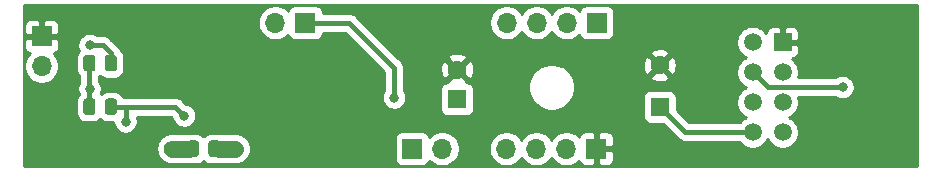
<source format=gbl>
%TF.GenerationSoftware,KiCad,Pcbnew,5.1.8-5.1.8*%
%TF.CreationDate,2022-10-01T18:22:25+01:00*%
%TF.ProjectId,ESPower,4553506f-7765-4722-9e6b-696361645f70,rev?*%
%TF.SameCoordinates,Original*%
%TF.FileFunction,Copper,L2,Bot*%
%TF.FilePolarity,Positive*%
%FSLAX46Y46*%
G04 Gerber Fmt 4.6, Leading zero omitted, Abs format (unit mm)*
G04 Created by KiCad (PCBNEW 5.1.8-5.1.8) date 2022-10-01 18:22:25*
%MOMM*%
%LPD*%
G01*
G04 APERTURE LIST*
%TA.AperFunction,ComponentPad*%
%ADD10C,1.500000*%
%TD*%
%TA.AperFunction,ComponentPad*%
%ADD11R,1.500000X1.500000*%
%TD*%
%TA.AperFunction,ComponentPad*%
%ADD12R,1.700000X1.700000*%
%TD*%
%TA.AperFunction,ComponentPad*%
%ADD13O,1.700000X1.700000*%
%TD*%
%TA.AperFunction,ComponentPad*%
%ADD14C,1.600000*%
%TD*%
%TA.AperFunction,ComponentPad*%
%ADD15R,1.600000X1.600000*%
%TD*%
%TA.AperFunction,ViaPad*%
%ADD16C,0.800000*%
%TD*%
%TA.AperFunction,ViaPad*%
%ADD17C,1.400000*%
%TD*%
%TA.AperFunction,Conductor*%
%ADD18C,0.400000*%
%TD*%
%TA.AperFunction,Conductor*%
%ADD19C,1.400000*%
%TD*%
%TA.AperFunction,Conductor*%
%ADD20C,0.254000*%
%TD*%
%TA.AperFunction,Conductor*%
%ADD21C,0.100000*%
%TD*%
G04 APERTURE END LIST*
D10*
X144272000Y-105410000D03*
X144272000Y-102870000D03*
X144272000Y-100330000D03*
X144272000Y-97790000D03*
D11*
X146812000Y-97790000D03*
D10*
X146812000Y-100330000D03*
X146812000Y-102870000D03*
X146812000Y-105410000D03*
%TA.AperFunction,SMDPad,CuDef*%
G36*
G01*
X88627000Y-99117998D02*
X88627000Y-100018002D01*
G75*
G02*
X88377002Y-100268000I-249998J0D01*
G01*
X87851998Y-100268000D01*
G75*
G02*
X87602000Y-100018002I0J249998D01*
G01*
X87602000Y-99117998D01*
G75*
G02*
X87851998Y-98868000I249998J0D01*
G01*
X88377002Y-98868000D01*
G75*
G02*
X88627000Y-99117998I0J-249998D01*
G01*
G37*
%TD.AperFunction*%
%TA.AperFunction,SMDPad,CuDef*%
G36*
G01*
X90452000Y-99117998D02*
X90452000Y-100018002D01*
G75*
G02*
X90202002Y-100268000I-249998J0D01*
G01*
X89676998Y-100268000D01*
G75*
G02*
X89427000Y-100018002I0J249998D01*
G01*
X89427000Y-99117998D01*
G75*
G02*
X89676998Y-98868000I249998J0D01*
G01*
X90202002Y-98868000D01*
G75*
G02*
X90452000Y-99117998I0J-249998D01*
G01*
G37*
%TD.AperFunction*%
%TA.AperFunction,SMDPad,CuDef*%
G36*
G01*
X89427000Y-103701002D02*
X89427000Y-102800998D01*
G75*
G02*
X89676998Y-102551000I249998J0D01*
G01*
X90202002Y-102551000D01*
G75*
G02*
X90452000Y-102800998I0J-249998D01*
G01*
X90452000Y-103701002D01*
G75*
G02*
X90202002Y-103951000I-249998J0D01*
G01*
X89676998Y-103951000D01*
G75*
G02*
X89427000Y-103701002I0J249998D01*
G01*
G37*
%TD.AperFunction*%
%TA.AperFunction,SMDPad,CuDef*%
G36*
G01*
X87602000Y-103701002D02*
X87602000Y-102800998D01*
G75*
G02*
X87851998Y-102551000I249998J0D01*
G01*
X88377002Y-102551000D01*
G75*
G02*
X88627000Y-102800998I0J-249998D01*
G01*
X88627000Y-103701002D01*
G75*
G02*
X88377002Y-103951000I-249998J0D01*
G01*
X87851998Y-103951000D01*
G75*
G02*
X87602000Y-103701002I0J249998D01*
G01*
G37*
%TD.AperFunction*%
%TA.AperFunction,SMDPad,CuDef*%
G36*
G01*
X98190000Y-107257002D02*
X98190000Y-106356998D01*
G75*
G02*
X98439998Y-106107000I249998J0D01*
G01*
X98965002Y-106107000D01*
G75*
G02*
X99215000Y-106356998I0J-249998D01*
G01*
X99215000Y-107257002D01*
G75*
G02*
X98965002Y-107507000I-249998J0D01*
G01*
X98439998Y-107507000D01*
G75*
G02*
X98190000Y-107257002I0J249998D01*
G01*
G37*
%TD.AperFunction*%
%TA.AperFunction,SMDPad,CuDef*%
G36*
G01*
X96365000Y-107257002D02*
X96365000Y-106356998D01*
G75*
G02*
X96614998Y-106107000I249998J0D01*
G01*
X97140002Y-106107000D01*
G75*
G02*
X97390000Y-106356998I0J-249998D01*
G01*
X97390000Y-107257002D01*
G75*
G02*
X97140002Y-107507000I-249998J0D01*
G01*
X96614998Y-107507000D01*
G75*
G02*
X96365000Y-107257002I0J249998D01*
G01*
G37*
%TD.AperFunction*%
D12*
X131064000Y-96139000D03*
D13*
X128524000Y-96139000D03*
X125984000Y-96139000D03*
X123444000Y-96139000D03*
D12*
X106401000Y-96139000D03*
D13*
X103861000Y-96139000D03*
D12*
X131039000Y-106807000D03*
D13*
X128499000Y-106807000D03*
X125959000Y-106807000D03*
X123419000Y-106807000D03*
D12*
X115443000Y-106807000D03*
D13*
X117983000Y-106807000D03*
X84074000Y-99822000D03*
D12*
X84074000Y-97282000D03*
D14*
X136398000Y-99751000D03*
D15*
X136398000Y-103251000D03*
D14*
X119253000Y-100116000D03*
D15*
X119253000Y-102616000D03*
D16*
X155575000Y-102616000D03*
X106172000Y-98679000D03*
X94234000Y-105029000D03*
X100965000Y-98679000D03*
X113919000Y-102489000D03*
D17*
X95123000Y-106807000D03*
X100457000Y-106807000D03*
D16*
X88138000Y-101727000D03*
X96139000Y-104013000D03*
X91186000Y-104521000D03*
X88138000Y-98044000D03*
X151892000Y-101600000D03*
D18*
X138557000Y-105410000D02*
X136398000Y-103251000D01*
X144272000Y-105410000D02*
X138557000Y-105410000D01*
X110109000Y-96139000D02*
X106401000Y-96139000D01*
X113919000Y-99949000D02*
X110109000Y-96139000D01*
X113919000Y-102489000D02*
X113919000Y-99949000D01*
D19*
X95123000Y-106807000D02*
X96520000Y-106807000D01*
X100457000Y-106807000D02*
X99060000Y-106807000D01*
D18*
X88114500Y-103251000D02*
X88114500Y-99568000D01*
X95377000Y-103251000D02*
X96139000Y-104013000D01*
X91186000Y-103378000D02*
X91313000Y-103251000D01*
X91313000Y-103251000D02*
X95377000Y-103251000D01*
X91186000Y-104521000D02*
X91186000Y-103378000D01*
X89939500Y-103251000D02*
X91313000Y-103251000D01*
X88138000Y-98044000D02*
X89281000Y-98044000D01*
X89939500Y-98702500D02*
X89939500Y-99568000D01*
X89281000Y-98044000D02*
X89939500Y-98702500D01*
X145542000Y-101600000D02*
X144272000Y-100330000D01*
X151892000Y-101600000D02*
X145542000Y-101600000D01*
D20*
X158217001Y-108306000D02*
X82575000Y-108306000D01*
X82575000Y-106807000D01*
X93781541Y-106807000D01*
X93788000Y-106872579D01*
X93788000Y-106938486D01*
X93800858Y-107003126D01*
X93807317Y-107068706D01*
X93826447Y-107131770D01*
X93839304Y-107196405D01*
X93864521Y-107257285D01*
X93883653Y-107320354D01*
X93914722Y-107378479D01*
X93939939Y-107439359D01*
X93976551Y-107494153D01*
X94007618Y-107552275D01*
X94049424Y-107603216D01*
X94086038Y-107658013D01*
X94132639Y-107704614D01*
X94174445Y-107755555D01*
X94225386Y-107797361D01*
X94271987Y-107843962D01*
X94326784Y-107880576D01*
X94377725Y-107922382D01*
X94435847Y-107953449D01*
X94490641Y-107990061D01*
X94551521Y-108015278D01*
X94609646Y-108046347D01*
X94672715Y-108065479D01*
X94733595Y-108090696D01*
X94798230Y-108103553D01*
X94861294Y-108122683D01*
X94926874Y-108129142D01*
X94991514Y-108142000D01*
X96583807Y-108142000D01*
X96614998Y-108145072D01*
X97140002Y-108145072D01*
X97313256Y-108128008D01*
X97479852Y-108077472D01*
X97633387Y-107995405D01*
X97767962Y-107884962D01*
X97790000Y-107858109D01*
X97812038Y-107884962D01*
X97946613Y-107995405D01*
X98100148Y-108077472D01*
X98266744Y-108128008D01*
X98439998Y-108145072D01*
X98965002Y-108145072D01*
X98996193Y-108142000D01*
X100588486Y-108142000D01*
X100653126Y-108129142D01*
X100718706Y-108122683D01*
X100781770Y-108103553D01*
X100846405Y-108090696D01*
X100907285Y-108065479D01*
X100970354Y-108046347D01*
X101028479Y-108015278D01*
X101089359Y-107990061D01*
X101144153Y-107953449D01*
X101202275Y-107922382D01*
X101253216Y-107880576D01*
X101308013Y-107843962D01*
X101354614Y-107797361D01*
X101405555Y-107755555D01*
X101447361Y-107704614D01*
X101493962Y-107658013D01*
X101530576Y-107603216D01*
X101572382Y-107552275D01*
X101603449Y-107494153D01*
X101640061Y-107439359D01*
X101665278Y-107378479D01*
X101696347Y-107320354D01*
X101715479Y-107257285D01*
X101740696Y-107196405D01*
X101753553Y-107131770D01*
X101772683Y-107068706D01*
X101779142Y-107003126D01*
X101792000Y-106938486D01*
X101792000Y-106872579D01*
X101798459Y-106807000D01*
X101792000Y-106741421D01*
X101792000Y-106675514D01*
X101779142Y-106610874D01*
X101772683Y-106545294D01*
X101753553Y-106482230D01*
X101740696Y-106417595D01*
X101715479Y-106356715D01*
X101696347Y-106293646D01*
X101665278Y-106235521D01*
X101640061Y-106174641D01*
X101603449Y-106119847D01*
X101572382Y-106061725D01*
X101530576Y-106010784D01*
X101494639Y-105957000D01*
X113954928Y-105957000D01*
X113954928Y-107657000D01*
X113967188Y-107781482D01*
X114003498Y-107901180D01*
X114062463Y-108011494D01*
X114141815Y-108108185D01*
X114238506Y-108187537D01*
X114348820Y-108246502D01*
X114468518Y-108282812D01*
X114593000Y-108295072D01*
X116293000Y-108295072D01*
X116417482Y-108282812D01*
X116537180Y-108246502D01*
X116647494Y-108187537D01*
X116744185Y-108108185D01*
X116823537Y-108011494D01*
X116882502Y-107901180D01*
X116904513Y-107828620D01*
X117036368Y-107960475D01*
X117279589Y-108122990D01*
X117549842Y-108234932D01*
X117836740Y-108292000D01*
X118129260Y-108292000D01*
X118416158Y-108234932D01*
X118686411Y-108122990D01*
X118929632Y-107960475D01*
X119136475Y-107753632D01*
X119298990Y-107510411D01*
X119410932Y-107240158D01*
X119468000Y-106953260D01*
X119468000Y-106660740D01*
X121934000Y-106660740D01*
X121934000Y-106953260D01*
X121991068Y-107240158D01*
X122103010Y-107510411D01*
X122265525Y-107753632D01*
X122472368Y-107960475D01*
X122715589Y-108122990D01*
X122985842Y-108234932D01*
X123272740Y-108292000D01*
X123565260Y-108292000D01*
X123852158Y-108234932D01*
X124122411Y-108122990D01*
X124365632Y-107960475D01*
X124572475Y-107753632D01*
X124689000Y-107579240D01*
X124805525Y-107753632D01*
X125012368Y-107960475D01*
X125255589Y-108122990D01*
X125525842Y-108234932D01*
X125812740Y-108292000D01*
X126105260Y-108292000D01*
X126392158Y-108234932D01*
X126662411Y-108122990D01*
X126905632Y-107960475D01*
X127112475Y-107753632D01*
X127229000Y-107579240D01*
X127345525Y-107753632D01*
X127552368Y-107960475D01*
X127795589Y-108122990D01*
X128065842Y-108234932D01*
X128352740Y-108292000D01*
X128645260Y-108292000D01*
X128932158Y-108234932D01*
X129202411Y-108122990D01*
X129445632Y-107960475D01*
X129577487Y-107828620D01*
X129599498Y-107901180D01*
X129658463Y-108011494D01*
X129737815Y-108108185D01*
X129834506Y-108187537D01*
X129944820Y-108246502D01*
X130064518Y-108282812D01*
X130189000Y-108295072D01*
X130753250Y-108292000D01*
X130912000Y-108133250D01*
X130912000Y-106934000D01*
X131166000Y-106934000D01*
X131166000Y-108133250D01*
X131324750Y-108292000D01*
X131889000Y-108295072D01*
X132013482Y-108282812D01*
X132133180Y-108246502D01*
X132243494Y-108187537D01*
X132340185Y-108108185D01*
X132419537Y-108011494D01*
X132478502Y-107901180D01*
X132514812Y-107781482D01*
X132527072Y-107657000D01*
X132524000Y-107092750D01*
X132365250Y-106934000D01*
X131166000Y-106934000D01*
X130912000Y-106934000D01*
X130892000Y-106934000D01*
X130892000Y-106680000D01*
X130912000Y-106680000D01*
X130912000Y-105480750D01*
X131166000Y-105480750D01*
X131166000Y-106680000D01*
X132365250Y-106680000D01*
X132524000Y-106521250D01*
X132527072Y-105957000D01*
X132514812Y-105832518D01*
X132478502Y-105712820D01*
X132419537Y-105602506D01*
X132340185Y-105505815D01*
X132243494Y-105426463D01*
X132133180Y-105367498D01*
X132013482Y-105331188D01*
X131889000Y-105318928D01*
X131324750Y-105322000D01*
X131166000Y-105480750D01*
X130912000Y-105480750D01*
X130753250Y-105322000D01*
X130189000Y-105318928D01*
X130064518Y-105331188D01*
X129944820Y-105367498D01*
X129834506Y-105426463D01*
X129737815Y-105505815D01*
X129658463Y-105602506D01*
X129599498Y-105712820D01*
X129577487Y-105785380D01*
X129445632Y-105653525D01*
X129202411Y-105491010D01*
X128932158Y-105379068D01*
X128645260Y-105322000D01*
X128352740Y-105322000D01*
X128065842Y-105379068D01*
X127795589Y-105491010D01*
X127552368Y-105653525D01*
X127345525Y-105860368D01*
X127229000Y-106034760D01*
X127112475Y-105860368D01*
X126905632Y-105653525D01*
X126662411Y-105491010D01*
X126392158Y-105379068D01*
X126105260Y-105322000D01*
X125812740Y-105322000D01*
X125525842Y-105379068D01*
X125255589Y-105491010D01*
X125012368Y-105653525D01*
X124805525Y-105860368D01*
X124689000Y-106034760D01*
X124572475Y-105860368D01*
X124365632Y-105653525D01*
X124122411Y-105491010D01*
X123852158Y-105379068D01*
X123565260Y-105322000D01*
X123272740Y-105322000D01*
X122985842Y-105379068D01*
X122715589Y-105491010D01*
X122472368Y-105653525D01*
X122265525Y-105860368D01*
X122103010Y-106103589D01*
X121991068Y-106373842D01*
X121934000Y-106660740D01*
X119468000Y-106660740D01*
X119410932Y-106373842D01*
X119298990Y-106103589D01*
X119136475Y-105860368D01*
X118929632Y-105653525D01*
X118686411Y-105491010D01*
X118416158Y-105379068D01*
X118129260Y-105322000D01*
X117836740Y-105322000D01*
X117549842Y-105379068D01*
X117279589Y-105491010D01*
X117036368Y-105653525D01*
X116904513Y-105785380D01*
X116882502Y-105712820D01*
X116823537Y-105602506D01*
X116744185Y-105505815D01*
X116647494Y-105426463D01*
X116537180Y-105367498D01*
X116417482Y-105331188D01*
X116293000Y-105318928D01*
X114593000Y-105318928D01*
X114468518Y-105331188D01*
X114348820Y-105367498D01*
X114238506Y-105426463D01*
X114141815Y-105505815D01*
X114062463Y-105602506D01*
X114003498Y-105712820D01*
X113967188Y-105832518D01*
X113954928Y-105957000D01*
X101494639Y-105957000D01*
X101493962Y-105955987D01*
X101447361Y-105909386D01*
X101405555Y-105858445D01*
X101354614Y-105816639D01*
X101308013Y-105770038D01*
X101253216Y-105733424D01*
X101202275Y-105691618D01*
X101144153Y-105660551D01*
X101089359Y-105623939D01*
X101028479Y-105598722D01*
X100970354Y-105567653D01*
X100907285Y-105548521D01*
X100846405Y-105523304D01*
X100781770Y-105510447D01*
X100718706Y-105491317D01*
X100653126Y-105484858D01*
X100588486Y-105472000D01*
X98996193Y-105472000D01*
X98965002Y-105468928D01*
X98439998Y-105468928D01*
X98266744Y-105485992D01*
X98100148Y-105536528D01*
X97946613Y-105618595D01*
X97812038Y-105729038D01*
X97790000Y-105755891D01*
X97767962Y-105729038D01*
X97633387Y-105618595D01*
X97479852Y-105536528D01*
X97313256Y-105485992D01*
X97140002Y-105468928D01*
X96614998Y-105468928D01*
X96583807Y-105472000D01*
X94991514Y-105472000D01*
X94926874Y-105484858D01*
X94861294Y-105491317D01*
X94798230Y-105510447D01*
X94733595Y-105523304D01*
X94672715Y-105548521D01*
X94609646Y-105567653D01*
X94551521Y-105598722D01*
X94490641Y-105623939D01*
X94435847Y-105660551D01*
X94377725Y-105691618D01*
X94326784Y-105733424D01*
X94271987Y-105770038D01*
X94225386Y-105816639D01*
X94174445Y-105858445D01*
X94132639Y-105909386D01*
X94086038Y-105955987D01*
X94049424Y-106010784D01*
X94007618Y-106061725D01*
X93976551Y-106119847D01*
X93939939Y-106174641D01*
X93914722Y-106235521D01*
X93883653Y-106293646D01*
X93864521Y-106356715D01*
X93839304Y-106417595D01*
X93826447Y-106482230D01*
X93807317Y-106545294D01*
X93800858Y-106610874D01*
X93788000Y-106675514D01*
X93788000Y-106741421D01*
X93781541Y-106807000D01*
X82575000Y-106807000D01*
X82575000Y-98132000D01*
X82585928Y-98132000D01*
X82598188Y-98256482D01*
X82634498Y-98376180D01*
X82693463Y-98486494D01*
X82772815Y-98583185D01*
X82869506Y-98662537D01*
X82979820Y-98721502D01*
X83052380Y-98743513D01*
X82920525Y-98875368D01*
X82758010Y-99118589D01*
X82646068Y-99388842D01*
X82589000Y-99675740D01*
X82589000Y-99968260D01*
X82646068Y-100255158D01*
X82758010Y-100525411D01*
X82920525Y-100768632D01*
X83127368Y-100975475D01*
X83370589Y-101137990D01*
X83640842Y-101249932D01*
X83927740Y-101307000D01*
X84220260Y-101307000D01*
X84507158Y-101249932D01*
X84777411Y-101137990D01*
X85020632Y-100975475D01*
X85227475Y-100768632D01*
X85389990Y-100525411D01*
X85501932Y-100255158D01*
X85559000Y-99968260D01*
X85559000Y-99675740D01*
X85501932Y-99388842D01*
X85389990Y-99118589D01*
X85389596Y-99117998D01*
X86963928Y-99117998D01*
X86963928Y-100018002D01*
X86980992Y-100191256D01*
X87031528Y-100357852D01*
X87113595Y-100511387D01*
X87224038Y-100645962D01*
X87279501Y-100691479D01*
X87279501Y-101148885D01*
X87220795Y-101236744D01*
X87142774Y-101425102D01*
X87103000Y-101625061D01*
X87103000Y-101828939D01*
X87142774Y-102028898D01*
X87209711Y-102190496D01*
X87113595Y-102307613D01*
X87031528Y-102461148D01*
X86980992Y-102627744D01*
X86963928Y-102800998D01*
X86963928Y-103701002D01*
X86980992Y-103874256D01*
X87031528Y-104040852D01*
X87113595Y-104194387D01*
X87224038Y-104328962D01*
X87358613Y-104439405D01*
X87512148Y-104521472D01*
X87678744Y-104572008D01*
X87851998Y-104589072D01*
X88377002Y-104589072D01*
X88550256Y-104572008D01*
X88716852Y-104521472D01*
X88870387Y-104439405D01*
X89004962Y-104328962D01*
X89027000Y-104302109D01*
X89049038Y-104328962D01*
X89183613Y-104439405D01*
X89337148Y-104521472D01*
X89503744Y-104572008D01*
X89676998Y-104589072D01*
X90151000Y-104589072D01*
X90151000Y-104622939D01*
X90190774Y-104822898D01*
X90268795Y-105011256D01*
X90382063Y-105180774D01*
X90526226Y-105324937D01*
X90695744Y-105438205D01*
X90884102Y-105516226D01*
X91084061Y-105556000D01*
X91287939Y-105556000D01*
X91487898Y-105516226D01*
X91676256Y-105438205D01*
X91845774Y-105324937D01*
X91989937Y-105180774D01*
X92103205Y-105011256D01*
X92181226Y-104822898D01*
X92221000Y-104622939D01*
X92221000Y-104419061D01*
X92181226Y-104219102D01*
X92126093Y-104086000D01*
X95031132Y-104086000D01*
X95114908Y-104169775D01*
X95143774Y-104314898D01*
X95221795Y-104503256D01*
X95335063Y-104672774D01*
X95479226Y-104816937D01*
X95648744Y-104930205D01*
X95837102Y-105008226D01*
X96037061Y-105048000D01*
X96240939Y-105048000D01*
X96440898Y-105008226D01*
X96629256Y-104930205D01*
X96798774Y-104816937D01*
X96942937Y-104672774D01*
X97056205Y-104503256D01*
X97134226Y-104314898D01*
X97174000Y-104114939D01*
X97174000Y-103911061D01*
X97134226Y-103711102D01*
X97056205Y-103522744D01*
X96942937Y-103353226D01*
X96798774Y-103209063D01*
X96629256Y-103095795D01*
X96440898Y-103017774D01*
X96295775Y-102988908D01*
X95996445Y-102689578D01*
X95970291Y-102657709D01*
X95843146Y-102553364D01*
X95698087Y-102475828D01*
X95540689Y-102428082D01*
X95418019Y-102416000D01*
X95418018Y-102416000D01*
X95377000Y-102411960D01*
X95335982Y-102416000D01*
X91354018Y-102416000D01*
X91312999Y-102411960D01*
X91271981Y-102416000D01*
X90998340Y-102416000D01*
X90940405Y-102307613D01*
X90829962Y-102173038D01*
X90695387Y-102062595D01*
X90541852Y-101980528D01*
X90375256Y-101929992D01*
X90202002Y-101912928D01*
X89676998Y-101912928D01*
X89503744Y-101929992D01*
X89337148Y-101980528D01*
X89183613Y-102062595D01*
X89086130Y-102142598D01*
X89133226Y-102028898D01*
X89173000Y-101828939D01*
X89173000Y-101625061D01*
X89133226Y-101425102D01*
X89055205Y-101236744D01*
X88949500Y-101078545D01*
X88949500Y-100691479D01*
X89004962Y-100645962D01*
X89027000Y-100619109D01*
X89049038Y-100645962D01*
X89183613Y-100756405D01*
X89337148Y-100838472D01*
X89503744Y-100889008D01*
X89676998Y-100906072D01*
X90202002Y-100906072D01*
X90375256Y-100889008D01*
X90541852Y-100838472D01*
X90695387Y-100756405D01*
X90829962Y-100645962D01*
X90940405Y-100511387D01*
X91022472Y-100357852D01*
X91073008Y-100191256D01*
X91090072Y-100018002D01*
X91090072Y-99117998D01*
X91073008Y-98944744D01*
X91022472Y-98778148D01*
X90940405Y-98624613D01*
X90829962Y-98490038D01*
X90720330Y-98400065D01*
X90714672Y-98381413D01*
X90637136Y-98236354D01*
X90613611Y-98207689D01*
X90558939Y-98141070D01*
X90558937Y-98141068D01*
X90532791Y-98109209D01*
X90500932Y-98083064D01*
X89900445Y-97482578D01*
X89874291Y-97450709D01*
X89747146Y-97346364D01*
X89602087Y-97268828D01*
X89444689Y-97221082D01*
X89322019Y-97209000D01*
X89322018Y-97209000D01*
X89281000Y-97204960D01*
X89239982Y-97209000D01*
X88751285Y-97209000D01*
X88628256Y-97126795D01*
X88439898Y-97048774D01*
X88239939Y-97009000D01*
X88036061Y-97009000D01*
X87836102Y-97048774D01*
X87647744Y-97126795D01*
X87478226Y-97240063D01*
X87334063Y-97384226D01*
X87220795Y-97553744D01*
X87142774Y-97742102D01*
X87103000Y-97942061D01*
X87103000Y-98145939D01*
X87142774Y-98345898D01*
X87209711Y-98507496D01*
X87113595Y-98624613D01*
X87031528Y-98778148D01*
X86980992Y-98944744D01*
X86963928Y-99117998D01*
X85389596Y-99117998D01*
X85227475Y-98875368D01*
X85095620Y-98743513D01*
X85168180Y-98721502D01*
X85278494Y-98662537D01*
X85375185Y-98583185D01*
X85454537Y-98486494D01*
X85513502Y-98376180D01*
X85549812Y-98256482D01*
X85562072Y-98132000D01*
X85559000Y-97567750D01*
X85400250Y-97409000D01*
X84201000Y-97409000D01*
X84201000Y-97429000D01*
X83947000Y-97429000D01*
X83947000Y-97409000D01*
X82747750Y-97409000D01*
X82589000Y-97567750D01*
X82585928Y-98132000D01*
X82575000Y-98132000D01*
X82575000Y-96432000D01*
X82585928Y-96432000D01*
X82589000Y-96996250D01*
X82747750Y-97155000D01*
X83947000Y-97155000D01*
X83947000Y-95955750D01*
X84201000Y-95955750D01*
X84201000Y-97155000D01*
X85400250Y-97155000D01*
X85559000Y-96996250D01*
X85562072Y-96432000D01*
X85549812Y-96307518D01*
X85513502Y-96187820D01*
X85454537Y-96077506D01*
X85384972Y-95992740D01*
X102376000Y-95992740D01*
X102376000Y-96285260D01*
X102433068Y-96572158D01*
X102545010Y-96842411D01*
X102707525Y-97085632D01*
X102914368Y-97292475D01*
X103157589Y-97454990D01*
X103427842Y-97566932D01*
X103714740Y-97624000D01*
X104007260Y-97624000D01*
X104294158Y-97566932D01*
X104564411Y-97454990D01*
X104807632Y-97292475D01*
X104939487Y-97160620D01*
X104961498Y-97233180D01*
X105020463Y-97343494D01*
X105099815Y-97440185D01*
X105196506Y-97519537D01*
X105306820Y-97578502D01*
X105426518Y-97614812D01*
X105551000Y-97627072D01*
X107251000Y-97627072D01*
X107375482Y-97614812D01*
X107495180Y-97578502D01*
X107605494Y-97519537D01*
X107702185Y-97440185D01*
X107781537Y-97343494D01*
X107840502Y-97233180D01*
X107876812Y-97113482D01*
X107889072Y-96989000D01*
X107889072Y-96974000D01*
X109763133Y-96974000D01*
X113084001Y-100294870D01*
X113084000Y-101875715D01*
X113001795Y-101998744D01*
X112923774Y-102187102D01*
X112884000Y-102387061D01*
X112884000Y-102590939D01*
X112923774Y-102790898D01*
X113001795Y-102979256D01*
X113115063Y-103148774D01*
X113259226Y-103292937D01*
X113428744Y-103406205D01*
X113617102Y-103484226D01*
X113817061Y-103524000D01*
X114020939Y-103524000D01*
X114220898Y-103484226D01*
X114409256Y-103406205D01*
X114578774Y-103292937D01*
X114722937Y-103148774D01*
X114836205Y-102979256D01*
X114914226Y-102790898D01*
X114954000Y-102590939D01*
X114954000Y-102387061D01*
X114914226Y-102187102D01*
X114836205Y-101998744D01*
X114754000Y-101875715D01*
X114754000Y-101816000D01*
X117814928Y-101816000D01*
X117814928Y-103416000D01*
X117827188Y-103540482D01*
X117863498Y-103660180D01*
X117922463Y-103770494D01*
X118001815Y-103867185D01*
X118098506Y-103946537D01*
X118208820Y-104005502D01*
X118328518Y-104041812D01*
X118453000Y-104054072D01*
X120053000Y-104054072D01*
X120177482Y-104041812D01*
X120297180Y-104005502D01*
X120407494Y-103946537D01*
X120504185Y-103867185D01*
X120583537Y-103770494D01*
X120642502Y-103660180D01*
X120678812Y-103540482D01*
X120691072Y-103416000D01*
X120691072Y-101816000D01*
X120678812Y-101691518D01*
X120642502Y-101571820D01*
X120583537Y-101461506D01*
X120536750Y-101404495D01*
X125269000Y-101404495D01*
X125269000Y-101795505D01*
X125345282Y-102179003D01*
X125494915Y-102540250D01*
X125712149Y-102865364D01*
X125988636Y-103141851D01*
X126313750Y-103359085D01*
X126674997Y-103508718D01*
X127058495Y-103585000D01*
X127449505Y-103585000D01*
X127833003Y-103508718D01*
X128194250Y-103359085D01*
X128519364Y-103141851D01*
X128795851Y-102865364D01*
X129013085Y-102540250D01*
X129050053Y-102451000D01*
X134959928Y-102451000D01*
X134959928Y-104051000D01*
X134972188Y-104175482D01*
X135008498Y-104295180D01*
X135067463Y-104405494D01*
X135146815Y-104502185D01*
X135243506Y-104581537D01*
X135353820Y-104640502D01*
X135473518Y-104676812D01*
X135598000Y-104689072D01*
X136655205Y-104689072D01*
X137937559Y-105971427D01*
X137963709Y-106003291D01*
X138040173Y-106066043D01*
X138090854Y-106107636D01*
X138235913Y-106185172D01*
X138393311Y-106232918D01*
X138556999Y-106249040D01*
X138598018Y-106245000D01*
X143164205Y-106245000D01*
X143196201Y-106292886D01*
X143389114Y-106485799D01*
X143615957Y-106637371D01*
X143868011Y-106741775D01*
X144135589Y-106795000D01*
X144408411Y-106795000D01*
X144675989Y-106741775D01*
X144928043Y-106637371D01*
X145154886Y-106485799D01*
X145347799Y-106292886D01*
X145499371Y-106066043D01*
X145542000Y-105963127D01*
X145584629Y-106066043D01*
X145736201Y-106292886D01*
X145929114Y-106485799D01*
X146155957Y-106637371D01*
X146408011Y-106741775D01*
X146675589Y-106795000D01*
X146948411Y-106795000D01*
X147215989Y-106741775D01*
X147468043Y-106637371D01*
X147694886Y-106485799D01*
X147887799Y-106292886D01*
X148039371Y-106066043D01*
X148143775Y-105813989D01*
X148197000Y-105546411D01*
X148197000Y-105273589D01*
X148143775Y-105006011D01*
X148039371Y-104753957D01*
X147887799Y-104527114D01*
X147694886Y-104334201D01*
X147468043Y-104182629D01*
X147365127Y-104140000D01*
X147468043Y-104097371D01*
X147694886Y-103945799D01*
X147887799Y-103752886D01*
X148039371Y-103526043D01*
X148143775Y-103273989D01*
X148197000Y-103006411D01*
X148197000Y-102733589D01*
X148143775Y-102466011D01*
X148130930Y-102435000D01*
X151278715Y-102435000D01*
X151401744Y-102517205D01*
X151590102Y-102595226D01*
X151790061Y-102635000D01*
X151993939Y-102635000D01*
X152193898Y-102595226D01*
X152382256Y-102517205D01*
X152551774Y-102403937D01*
X152695937Y-102259774D01*
X152809205Y-102090256D01*
X152887226Y-101901898D01*
X152927000Y-101701939D01*
X152927000Y-101498061D01*
X152887226Y-101298102D01*
X152809205Y-101109744D01*
X152695937Y-100940226D01*
X152551774Y-100796063D01*
X152382256Y-100682795D01*
X152193898Y-100604774D01*
X151993939Y-100565000D01*
X151790061Y-100565000D01*
X151590102Y-100604774D01*
X151401744Y-100682795D01*
X151278715Y-100765000D01*
X148130930Y-100765000D01*
X148143775Y-100733989D01*
X148197000Y-100466411D01*
X148197000Y-100193589D01*
X148143775Y-99926011D01*
X148039371Y-99673957D01*
X147887799Y-99447114D01*
X147694886Y-99254201D01*
X147578517Y-99176445D01*
X147686482Y-99165812D01*
X147806180Y-99129502D01*
X147916494Y-99070537D01*
X148013185Y-98991185D01*
X148092537Y-98894494D01*
X148151502Y-98784180D01*
X148187812Y-98664482D01*
X148200072Y-98540000D01*
X148197000Y-98075750D01*
X148038250Y-97917000D01*
X146939000Y-97917000D01*
X146939000Y-97937000D01*
X146685000Y-97937000D01*
X146685000Y-97917000D01*
X146665000Y-97917000D01*
X146665000Y-97663000D01*
X146685000Y-97663000D01*
X146685000Y-96563750D01*
X146939000Y-96563750D01*
X146939000Y-97663000D01*
X148038250Y-97663000D01*
X148197000Y-97504250D01*
X148200072Y-97040000D01*
X148187812Y-96915518D01*
X148151502Y-96795820D01*
X148092537Y-96685506D01*
X148013185Y-96588815D01*
X147916494Y-96509463D01*
X147806180Y-96450498D01*
X147686482Y-96414188D01*
X147562000Y-96401928D01*
X147097750Y-96405000D01*
X146939000Y-96563750D01*
X146685000Y-96563750D01*
X146526250Y-96405000D01*
X146062000Y-96401928D01*
X145937518Y-96414188D01*
X145817820Y-96450498D01*
X145707506Y-96509463D01*
X145610815Y-96588815D01*
X145531463Y-96685506D01*
X145472498Y-96795820D01*
X145436188Y-96915518D01*
X145425555Y-97023483D01*
X145347799Y-96907114D01*
X145154886Y-96714201D01*
X144928043Y-96562629D01*
X144675989Y-96458225D01*
X144408411Y-96405000D01*
X144135589Y-96405000D01*
X143868011Y-96458225D01*
X143615957Y-96562629D01*
X143389114Y-96714201D01*
X143196201Y-96907114D01*
X143044629Y-97133957D01*
X142940225Y-97386011D01*
X142887000Y-97653589D01*
X142887000Y-97926411D01*
X142940225Y-98193989D01*
X143044629Y-98446043D01*
X143196201Y-98672886D01*
X143389114Y-98865799D01*
X143615957Y-99017371D01*
X143718873Y-99060000D01*
X143615957Y-99102629D01*
X143389114Y-99254201D01*
X143196201Y-99447114D01*
X143044629Y-99673957D01*
X142940225Y-99926011D01*
X142887000Y-100193589D01*
X142887000Y-100466411D01*
X142940225Y-100733989D01*
X143044629Y-100986043D01*
X143196201Y-101212886D01*
X143389114Y-101405799D01*
X143615957Y-101557371D01*
X143718873Y-101600000D01*
X143615957Y-101642629D01*
X143389114Y-101794201D01*
X143196201Y-101987114D01*
X143044629Y-102213957D01*
X142940225Y-102466011D01*
X142887000Y-102733589D01*
X142887000Y-103006411D01*
X142940225Y-103273989D01*
X143044629Y-103526043D01*
X143196201Y-103752886D01*
X143389114Y-103945799D01*
X143615957Y-104097371D01*
X143718873Y-104140000D01*
X143615957Y-104182629D01*
X143389114Y-104334201D01*
X143196201Y-104527114D01*
X143164205Y-104575000D01*
X138902868Y-104575000D01*
X137836072Y-103508205D01*
X137836072Y-102451000D01*
X137823812Y-102326518D01*
X137787502Y-102206820D01*
X137728537Y-102096506D01*
X137649185Y-101999815D01*
X137552494Y-101920463D01*
X137442180Y-101861498D01*
X137322482Y-101825188D01*
X137198000Y-101812928D01*
X135598000Y-101812928D01*
X135473518Y-101825188D01*
X135353820Y-101861498D01*
X135243506Y-101920463D01*
X135146815Y-101999815D01*
X135067463Y-102096506D01*
X135008498Y-102206820D01*
X134972188Y-102326518D01*
X134959928Y-102451000D01*
X129050053Y-102451000D01*
X129162718Y-102179003D01*
X129239000Y-101795505D01*
X129239000Y-101404495D01*
X129162718Y-101020997D01*
X129047859Y-100743702D01*
X135584903Y-100743702D01*
X135656486Y-100987671D01*
X135911996Y-101108571D01*
X136186184Y-101177300D01*
X136468512Y-101191217D01*
X136748130Y-101149787D01*
X137014292Y-101054603D01*
X137139514Y-100987671D01*
X137211097Y-100743702D01*
X136398000Y-99930605D01*
X135584903Y-100743702D01*
X129047859Y-100743702D01*
X129013085Y-100659750D01*
X128795851Y-100334636D01*
X128519364Y-100058149D01*
X128194250Y-99840915D01*
X128147407Y-99821512D01*
X134957783Y-99821512D01*
X134999213Y-100101130D01*
X135094397Y-100367292D01*
X135161329Y-100492514D01*
X135405298Y-100564097D01*
X136218395Y-99751000D01*
X136577605Y-99751000D01*
X137390702Y-100564097D01*
X137634671Y-100492514D01*
X137755571Y-100237004D01*
X137824300Y-99962816D01*
X137838217Y-99680488D01*
X137796787Y-99400870D01*
X137701603Y-99134708D01*
X137634671Y-99009486D01*
X137390702Y-98937903D01*
X136577605Y-99751000D01*
X136218395Y-99751000D01*
X135405298Y-98937903D01*
X135161329Y-99009486D01*
X135040429Y-99264996D01*
X134971700Y-99539184D01*
X134957783Y-99821512D01*
X128147407Y-99821512D01*
X127833003Y-99691282D01*
X127449505Y-99615000D01*
X127058495Y-99615000D01*
X126674997Y-99691282D01*
X126313750Y-99840915D01*
X125988636Y-100058149D01*
X125712149Y-100334636D01*
X125494915Y-100659750D01*
X125345282Y-101020997D01*
X125269000Y-101404495D01*
X120536750Y-101404495D01*
X120504185Y-101364815D01*
X120407494Y-101285463D01*
X120297180Y-101226498D01*
X120177482Y-101190188D01*
X120053000Y-101177928D01*
X120045785Y-101177928D01*
X120066097Y-101108702D01*
X119253000Y-100295605D01*
X118439903Y-101108702D01*
X118460215Y-101177928D01*
X118453000Y-101177928D01*
X118328518Y-101190188D01*
X118208820Y-101226498D01*
X118098506Y-101285463D01*
X118001815Y-101364815D01*
X117922463Y-101461506D01*
X117863498Y-101571820D01*
X117827188Y-101691518D01*
X117814928Y-101816000D01*
X114754000Y-101816000D01*
X114754000Y-100186512D01*
X117812783Y-100186512D01*
X117854213Y-100466130D01*
X117949397Y-100732292D01*
X118016329Y-100857514D01*
X118260298Y-100929097D01*
X119073395Y-100116000D01*
X119432605Y-100116000D01*
X120245702Y-100929097D01*
X120489671Y-100857514D01*
X120610571Y-100602004D01*
X120679300Y-100327816D01*
X120693217Y-100045488D01*
X120651787Y-99765870D01*
X120556603Y-99499708D01*
X120489671Y-99374486D01*
X120245702Y-99302903D01*
X119432605Y-100116000D01*
X119073395Y-100116000D01*
X118260298Y-99302903D01*
X118016329Y-99374486D01*
X117895429Y-99629996D01*
X117826700Y-99904184D01*
X117812783Y-100186512D01*
X114754000Y-100186512D01*
X114754000Y-99990018D01*
X114758040Y-99949000D01*
X114749654Y-99863855D01*
X114741918Y-99785311D01*
X114694172Y-99627913D01*
X114616636Y-99482854D01*
X114549354Y-99400870D01*
X114538439Y-99387570D01*
X114538437Y-99387568D01*
X114512291Y-99355709D01*
X114480432Y-99329563D01*
X114274167Y-99123298D01*
X118439903Y-99123298D01*
X119253000Y-99936395D01*
X120066097Y-99123298D01*
X119994514Y-98879329D01*
X119739004Y-98758429D01*
X119738482Y-98758298D01*
X135584903Y-98758298D01*
X136398000Y-99571395D01*
X137211097Y-98758298D01*
X137139514Y-98514329D01*
X136884004Y-98393429D01*
X136609816Y-98324700D01*
X136327488Y-98310783D01*
X136047870Y-98352213D01*
X135781708Y-98447397D01*
X135656486Y-98514329D01*
X135584903Y-98758298D01*
X119738482Y-98758298D01*
X119464816Y-98689700D01*
X119182488Y-98675783D01*
X118902870Y-98717213D01*
X118636708Y-98812397D01*
X118511486Y-98879329D01*
X118439903Y-99123298D01*
X114274167Y-99123298D01*
X111143608Y-95992740D01*
X121959000Y-95992740D01*
X121959000Y-96285260D01*
X122016068Y-96572158D01*
X122128010Y-96842411D01*
X122290525Y-97085632D01*
X122497368Y-97292475D01*
X122740589Y-97454990D01*
X123010842Y-97566932D01*
X123297740Y-97624000D01*
X123590260Y-97624000D01*
X123877158Y-97566932D01*
X124147411Y-97454990D01*
X124390632Y-97292475D01*
X124597475Y-97085632D01*
X124714000Y-96911240D01*
X124830525Y-97085632D01*
X125037368Y-97292475D01*
X125280589Y-97454990D01*
X125550842Y-97566932D01*
X125837740Y-97624000D01*
X126130260Y-97624000D01*
X126417158Y-97566932D01*
X126687411Y-97454990D01*
X126930632Y-97292475D01*
X127137475Y-97085632D01*
X127254000Y-96911240D01*
X127370525Y-97085632D01*
X127577368Y-97292475D01*
X127820589Y-97454990D01*
X128090842Y-97566932D01*
X128377740Y-97624000D01*
X128670260Y-97624000D01*
X128957158Y-97566932D01*
X129227411Y-97454990D01*
X129470632Y-97292475D01*
X129602487Y-97160620D01*
X129624498Y-97233180D01*
X129683463Y-97343494D01*
X129762815Y-97440185D01*
X129859506Y-97519537D01*
X129969820Y-97578502D01*
X130089518Y-97614812D01*
X130214000Y-97627072D01*
X131914000Y-97627072D01*
X132038482Y-97614812D01*
X132158180Y-97578502D01*
X132268494Y-97519537D01*
X132365185Y-97440185D01*
X132444537Y-97343494D01*
X132503502Y-97233180D01*
X132539812Y-97113482D01*
X132552072Y-96989000D01*
X132552072Y-95289000D01*
X132539812Y-95164518D01*
X132503502Y-95044820D01*
X132444537Y-94934506D01*
X132365185Y-94837815D01*
X132268494Y-94758463D01*
X132158180Y-94699498D01*
X132038482Y-94663188D01*
X131914000Y-94650928D01*
X130214000Y-94650928D01*
X130089518Y-94663188D01*
X129969820Y-94699498D01*
X129859506Y-94758463D01*
X129762815Y-94837815D01*
X129683463Y-94934506D01*
X129624498Y-95044820D01*
X129602487Y-95117380D01*
X129470632Y-94985525D01*
X129227411Y-94823010D01*
X128957158Y-94711068D01*
X128670260Y-94654000D01*
X128377740Y-94654000D01*
X128090842Y-94711068D01*
X127820589Y-94823010D01*
X127577368Y-94985525D01*
X127370525Y-95192368D01*
X127254000Y-95366760D01*
X127137475Y-95192368D01*
X126930632Y-94985525D01*
X126687411Y-94823010D01*
X126417158Y-94711068D01*
X126130260Y-94654000D01*
X125837740Y-94654000D01*
X125550842Y-94711068D01*
X125280589Y-94823010D01*
X125037368Y-94985525D01*
X124830525Y-95192368D01*
X124714000Y-95366760D01*
X124597475Y-95192368D01*
X124390632Y-94985525D01*
X124147411Y-94823010D01*
X123877158Y-94711068D01*
X123590260Y-94654000D01*
X123297740Y-94654000D01*
X123010842Y-94711068D01*
X122740589Y-94823010D01*
X122497368Y-94985525D01*
X122290525Y-95192368D01*
X122128010Y-95435589D01*
X122016068Y-95705842D01*
X121959000Y-95992740D01*
X111143608Y-95992740D01*
X110728446Y-95577579D01*
X110702291Y-95545709D01*
X110575146Y-95441364D01*
X110430087Y-95363828D01*
X110272689Y-95316082D01*
X110150019Y-95304000D01*
X110150018Y-95304000D01*
X110109000Y-95299960D01*
X110067982Y-95304000D01*
X107889072Y-95304000D01*
X107889072Y-95289000D01*
X107876812Y-95164518D01*
X107840502Y-95044820D01*
X107781537Y-94934506D01*
X107702185Y-94837815D01*
X107605494Y-94758463D01*
X107495180Y-94699498D01*
X107375482Y-94663188D01*
X107251000Y-94650928D01*
X105551000Y-94650928D01*
X105426518Y-94663188D01*
X105306820Y-94699498D01*
X105196506Y-94758463D01*
X105099815Y-94837815D01*
X105020463Y-94934506D01*
X104961498Y-95044820D01*
X104939487Y-95117380D01*
X104807632Y-94985525D01*
X104564411Y-94823010D01*
X104294158Y-94711068D01*
X104007260Y-94654000D01*
X103714740Y-94654000D01*
X103427842Y-94711068D01*
X103157589Y-94823010D01*
X102914368Y-94985525D01*
X102707525Y-95192368D01*
X102545010Y-95435589D01*
X102433068Y-95705842D01*
X102376000Y-95992740D01*
X85384972Y-95992740D01*
X85375185Y-95980815D01*
X85278494Y-95901463D01*
X85168180Y-95842498D01*
X85048482Y-95806188D01*
X84924000Y-95793928D01*
X84359750Y-95797000D01*
X84201000Y-95955750D01*
X83947000Y-95955750D01*
X83788250Y-95797000D01*
X83224000Y-95793928D01*
X83099518Y-95806188D01*
X82979820Y-95842498D01*
X82869506Y-95901463D01*
X82772815Y-95980815D01*
X82693463Y-96077506D01*
X82634498Y-96187820D01*
X82598188Y-96307518D01*
X82585928Y-96432000D01*
X82575000Y-96432000D01*
X82575000Y-94640000D01*
X158217000Y-94640000D01*
X158217001Y-108306000D01*
%TA.AperFunction,Conductor*%
D21*
G36*
X158217001Y-108306000D02*
G01*
X82575000Y-108306000D01*
X82575000Y-106807000D01*
X93781541Y-106807000D01*
X93788000Y-106872579D01*
X93788000Y-106938486D01*
X93800858Y-107003126D01*
X93807317Y-107068706D01*
X93826447Y-107131770D01*
X93839304Y-107196405D01*
X93864521Y-107257285D01*
X93883653Y-107320354D01*
X93914722Y-107378479D01*
X93939939Y-107439359D01*
X93976551Y-107494153D01*
X94007618Y-107552275D01*
X94049424Y-107603216D01*
X94086038Y-107658013D01*
X94132639Y-107704614D01*
X94174445Y-107755555D01*
X94225386Y-107797361D01*
X94271987Y-107843962D01*
X94326784Y-107880576D01*
X94377725Y-107922382D01*
X94435847Y-107953449D01*
X94490641Y-107990061D01*
X94551521Y-108015278D01*
X94609646Y-108046347D01*
X94672715Y-108065479D01*
X94733595Y-108090696D01*
X94798230Y-108103553D01*
X94861294Y-108122683D01*
X94926874Y-108129142D01*
X94991514Y-108142000D01*
X96583807Y-108142000D01*
X96614998Y-108145072D01*
X97140002Y-108145072D01*
X97313256Y-108128008D01*
X97479852Y-108077472D01*
X97633387Y-107995405D01*
X97767962Y-107884962D01*
X97790000Y-107858109D01*
X97812038Y-107884962D01*
X97946613Y-107995405D01*
X98100148Y-108077472D01*
X98266744Y-108128008D01*
X98439998Y-108145072D01*
X98965002Y-108145072D01*
X98996193Y-108142000D01*
X100588486Y-108142000D01*
X100653126Y-108129142D01*
X100718706Y-108122683D01*
X100781770Y-108103553D01*
X100846405Y-108090696D01*
X100907285Y-108065479D01*
X100970354Y-108046347D01*
X101028479Y-108015278D01*
X101089359Y-107990061D01*
X101144153Y-107953449D01*
X101202275Y-107922382D01*
X101253216Y-107880576D01*
X101308013Y-107843962D01*
X101354614Y-107797361D01*
X101405555Y-107755555D01*
X101447361Y-107704614D01*
X101493962Y-107658013D01*
X101530576Y-107603216D01*
X101572382Y-107552275D01*
X101603449Y-107494153D01*
X101640061Y-107439359D01*
X101665278Y-107378479D01*
X101696347Y-107320354D01*
X101715479Y-107257285D01*
X101740696Y-107196405D01*
X101753553Y-107131770D01*
X101772683Y-107068706D01*
X101779142Y-107003126D01*
X101792000Y-106938486D01*
X101792000Y-106872579D01*
X101798459Y-106807000D01*
X101792000Y-106741421D01*
X101792000Y-106675514D01*
X101779142Y-106610874D01*
X101772683Y-106545294D01*
X101753553Y-106482230D01*
X101740696Y-106417595D01*
X101715479Y-106356715D01*
X101696347Y-106293646D01*
X101665278Y-106235521D01*
X101640061Y-106174641D01*
X101603449Y-106119847D01*
X101572382Y-106061725D01*
X101530576Y-106010784D01*
X101494639Y-105957000D01*
X113954928Y-105957000D01*
X113954928Y-107657000D01*
X113967188Y-107781482D01*
X114003498Y-107901180D01*
X114062463Y-108011494D01*
X114141815Y-108108185D01*
X114238506Y-108187537D01*
X114348820Y-108246502D01*
X114468518Y-108282812D01*
X114593000Y-108295072D01*
X116293000Y-108295072D01*
X116417482Y-108282812D01*
X116537180Y-108246502D01*
X116647494Y-108187537D01*
X116744185Y-108108185D01*
X116823537Y-108011494D01*
X116882502Y-107901180D01*
X116904513Y-107828620D01*
X117036368Y-107960475D01*
X117279589Y-108122990D01*
X117549842Y-108234932D01*
X117836740Y-108292000D01*
X118129260Y-108292000D01*
X118416158Y-108234932D01*
X118686411Y-108122990D01*
X118929632Y-107960475D01*
X119136475Y-107753632D01*
X119298990Y-107510411D01*
X119410932Y-107240158D01*
X119468000Y-106953260D01*
X119468000Y-106660740D01*
X121934000Y-106660740D01*
X121934000Y-106953260D01*
X121991068Y-107240158D01*
X122103010Y-107510411D01*
X122265525Y-107753632D01*
X122472368Y-107960475D01*
X122715589Y-108122990D01*
X122985842Y-108234932D01*
X123272740Y-108292000D01*
X123565260Y-108292000D01*
X123852158Y-108234932D01*
X124122411Y-108122990D01*
X124365632Y-107960475D01*
X124572475Y-107753632D01*
X124689000Y-107579240D01*
X124805525Y-107753632D01*
X125012368Y-107960475D01*
X125255589Y-108122990D01*
X125525842Y-108234932D01*
X125812740Y-108292000D01*
X126105260Y-108292000D01*
X126392158Y-108234932D01*
X126662411Y-108122990D01*
X126905632Y-107960475D01*
X127112475Y-107753632D01*
X127229000Y-107579240D01*
X127345525Y-107753632D01*
X127552368Y-107960475D01*
X127795589Y-108122990D01*
X128065842Y-108234932D01*
X128352740Y-108292000D01*
X128645260Y-108292000D01*
X128932158Y-108234932D01*
X129202411Y-108122990D01*
X129445632Y-107960475D01*
X129577487Y-107828620D01*
X129599498Y-107901180D01*
X129658463Y-108011494D01*
X129737815Y-108108185D01*
X129834506Y-108187537D01*
X129944820Y-108246502D01*
X130064518Y-108282812D01*
X130189000Y-108295072D01*
X130753250Y-108292000D01*
X130912000Y-108133250D01*
X130912000Y-106934000D01*
X131166000Y-106934000D01*
X131166000Y-108133250D01*
X131324750Y-108292000D01*
X131889000Y-108295072D01*
X132013482Y-108282812D01*
X132133180Y-108246502D01*
X132243494Y-108187537D01*
X132340185Y-108108185D01*
X132419537Y-108011494D01*
X132478502Y-107901180D01*
X132514812Y-107781482D01*
X132527072Y-107657000D01*
X132524000Y-107092750D01*
X132365250Y-106934000D01*
X131166000Y-106934000D01*
X130912000Y-106934000D01*
X130892000Y-106934000D01*
X130892000Y-106680000D01*
X130912000Y-106680000D01*
X130912000Y-105480750D01*
X131166000Y-105480750D01*
X131166000Y-106680000D01*
X132365250Y-106680000D01*
X132524000Y-106521250D01*
X132527072Y-105957000D01*
X132514812Y-105832518D01*
X132478502Y-105712820D01*
X132419537Y-105602506D01*
X132340185Y-105505815D01*
X132243494Y-105426463D01*
X132133180Y-105367498D01*
X132013482Y-105331188D01*
X131889000Y-105318928D01*
X131324750Y-105322000D01*
X131166000Y-105480750D01*
X130912000Y-105480750D01*
X130753250Y-105322000D01*
X130189000Y-105318928D01*
X130064518Y-105331188D01*
X129944820Y-105367498D01*
X129834506Y-105426463D01*
X129737815Y-105505815D01*
X129658463Y-105602506D01*
X129599498Y-105712820D01*
X129577487Y-105785380D01*
X129445632Y-105653525D01*
X129202411Y-105491010D01*
X128932158Y-105379068D01*
X128645260Y-105322000D01*
X128352740Y-105322000D01*
X128065842Y-105379068D01*
X127795589Y-105491010D01*
X127552368Y-105653525D01*
X127345525Y-105860368D01*
X127229000Y-106034760D01*
X127112475Y-105860368D01*
X126905632Y-105653525D01*
X126662411Y-105491010D01*
X126392158Y-105379068D01*
X126105260Y-105322000D01*
X125812740Y-105322000D01*
X125525842Y-105379068D01*
X125255589Y-105491010D01*
X125012368Y-105653525D01*
X124805525Y-105860368D01*
X124689000Y-106034760D01*
X124572475Y-105860368D01*
X124365632Y-105653525D01*
X124122411Y-105491010D01*
X123852158Y-105379068D01*
X123565260Y-105322000D01*
X123272740Y-105322000D01*
X122985842Y-105379068D01*
X122715589Y-105491010D01*
X122472368Y-105653525D01*
X122265525Y-105860368D01*
X122103010Y-106103589D01*
X121991068Y-106373842D01*
X121934000Y-106660740D01*
X119468000Y-106660740D01*
X119410932Y-106373842D01*
X119298990Y-106103589D01*
X119136475Y-105860368D01*
X118929632Y-105653525D01*
X118686411Y-105491010D01*
X118416158Y-105379068D01*
X118129260Y-105322000D01*
X117836740Y-105322000D01*
X117549842Y-105379068D01*
X117279589Y-105491010D01*
X117036368Y-105653525D01*
X116904513Y-105785380D01*
X116882502Y-105712820D01*
X116823537Y-105602506D01*
X116744185Y-105505815D01*
X116647494Y-105426463D01*
X116537180Y-105367498D01*
X116417482Y-105331188D01*
X116293000Y-105318928D01*
X114593000Y-105318928D01*
X114468518Y-105331188D01*
X114348820Y-105367498D01*
X114238506Y-105426463D01*
X114141815Y-105505815D01*
X114062463Y-105602506D01*
X114003498Y-105712820D01*
X113967188Y-105832518D01*
X113954928Y-105957000D01*
X101494639Y-105957000D01*
X101493962Y-105955987D01*
X101447361Y-105909386D01*
X101405555Y-105858445D01*
X101354614Y-105816639D01*
X101308013Y-105770038D01*
X101253216Y-105733424D01*
X101202275Y-105691618D01*
X101144153Y-105660551D01*
X101089359Y-105623939D01*
X101028479Y-105598722D01*
X100970354Y-105567653D01*
X100907285Y-105548521D01*
X100846405Y-105523304D01*
X100781770Y-105510447D01*
X100718706Y-105491317D01*
X100653126Y-105484858D01*
X100588486Y-105472000D01*
X98996193Y-105472000D01*
X98965002Y-105468928D01*
X98439998Y-105468928D01*
X98266744Y-105485992D01*
X98100148Y-105536528D01*
X97946613Y-105618595D01*
X97812038Y-105729038D01*
X97790000Y-105755891D01*
X97767962Y-105729038D01*
X97633387Y-105618595D01*
X97479852Y-105536528D01*
X97313256Y-105485992D01*
X97140002Y-105468928D01*
X96614998Y-105468928D01*
X96583807Y-105472000D01*
X94991514Y-105472000D01*
X94926874Y-105484858D01*
X94861294Y-105491317D01*
X94798230Y-105510447D01*
X94733595Y-105523304D01*
X94672715Y-105548521D01*
X94609646Y-105567653D01*
X94551521Y-105598722D01*
X94490641Y-105623939D01*
X94435847Y-105660551D01*
X94377725Y-105691618D01*
X94326784Y-105733424D01*
X94271987Y-105770038D01*
X94225386Y-105816639D01*
X94174445Y-105858445D01*
X94132639Y-105909386D01*
X94086038Y-105955987D01*
X94049424Y-106010784D01*
X94007618Y-106061725D01*
X93976551Y-106119847D01*
X93939939Y-106174641D01*
X93914722Y-106235521D01*
X93883653Y-106293646D01*
X93864521Y-106356715D01*
X93839304Y-106417595D01*
X93826447Y-106482230D01*
X93807317Y-106545294D01*
X93800858Y-106610874D01*
X93788000Y-106675514D01*
X93788000Y-106741421D01*
X93781541Y-106807000D01*
X82575000Y-106807000D01*
X82575000Y-98132000D01*
X82585928Y-98132000D01*
X82598188Y-98256482D01*
X82634498Y-98376180D01*
X82693463Y-98486494D01*
X82772815Y-98583185D01*
X82869506Y-98662537D01*
X82979820Y-98721502D01*
X83052380Y-98743513D01*
X82920525Y-98875368D01*
X82758010Y-99118589D01*
X82646068Y-99388842D01*
X82589000Y-99675740D01*
X82589000Y-99968260D01*
X82646068Y-100255158D01*
X82758010Y-100525411D01*
X82920525Y-100768632D01*
X83127368Y-100975475D01*
X83370589Y-101137990D01*
X83640842Y-101249932D01*
X83927740Y-101307000D01*
X84220260Y-101307000D01*
X84507158Y-101249932D01*
X84777411Y-101137990D01*
X85020632Y-100975475D01*
X85227475Y-100768632D01*
X85389990Y-100525411D01*
X85501932Y-100255158D01*
X85559000Y-99968260D01*
X85559000Y-99675740D01*
X85501932Y-99388842D01*
X85389990Y-99118589D01*
X85389596Y-99117998D01*
X86963928Y-99117998D01*
X86963928Y-100018002D01*
X86980992Y-100191256D01*
X87031528Y-100357852D01*
X87113595Y-100511387D01*
X87224038Y-100645962D01*
X87279501Y-100691479D01*
X87279501Y-101148885D01*
X87220795Y-101236744D01*
X87142774Y-101425102D01*
X87103000Y-101625061D01*
X87103000Y-101828939D01*
X87142774Y-102028898D01*
X87209711Y-102190496D01*
X87113595Y-102307613D01*
X87031528Y-102461148D01*
X86980992Y-102627744D01*
X86963928Y-102800998D01*
X86963928Y-103701002D01*
X86980992Y-103874256D01*
X87031528Y-104040852D01*
X87113595Y-104194387D01*
X87224038Y-104328962D01*
X87358613Y-104439405D01*
X87512148Y-104521472D01*
X87678744Y-104572008D01*
X87851998Y-104589072D01*
X88377002Y-104589072D01*
X88550256Y-104572008D01*
X88716852Y-104521472D01*
X88870387Y-104439405D01*
X89004962Y-104328962D01*
X89027000Y-104302109D01*
X89049038Y-104328962D01*
X89183613Y-104439405D01*
X89337148Y-104521472D01*
X89503744Y-104572008D01*
X89676998Y-104589072D01*
X90151000Y-104589072D01*
X90151000Y-104622939D01*
X90190774Y-104822898D01*
X90268795Y-105011256D01*
X90382063Y-105180774D01*
X90526226Y-105324937D01*
X90695744Y-105438205D01*
X90884102Y-105516226D01*
X91084061Y-105556000D01*
X91287939Y-105556000D01*
X91487898Y-105516226D01*
X91676256Y-105438205D01*
X91845774Y-105324937D01*
X91989937Y-105180774D01*
X92103205Y-105011256D01*
X92181226Y-104822898D01*
X92221000Y-104622939D01*
X92221000Y-104419061D01*
X92181226Y-104219102D01*
X92126093Y-104086000D01*
X95031132Y-104086000D01*
X95114908Y-104169775D01*
X95143774Y-104314898D01*
X95221795Y-104503256D01*
X95335063Y-104672774D01*
X95479226Y-104816937D01*
X95648744Y-104930205D01*
X95837102Y-105008226D01*
X96037061Y-105048000D01*
X96240939Y-105048000D01*
X96440898Y-105008226D01*
X96629256Y-104930205D01*
X96798774Y-104816937D01*
X96942937Y-104672774D01*
X97056205Y-104503256D01*
X97134226Y-104314898D01*
X97174000Y-104114939D01*
X97174000Y-103911061D01*
X97134226Y-103711102D01*
X97056205Y-103522744D01*
X96942937Y-103353226D01*
X96798774Y-103209063D01*
X96629256Y-103095795D01*
X96440898Y-103017774D01*
X96295775Y-102988908D01*
X95996445Y-102689578D01*
X95970291Y-102657709D01*
X95843146Y-102553364D01*
X95698087Y-102475828D01*
X95540689Y-102428082D01*
X95418019Y-102416000D01*
X95418018Y-102416000D01*
X95377000Y-102411960D01*
X95335982Y-102416000D01*
X91354018Y-102416000D01*
X91312999Y-102411960D01*
X91271981Y-102416000D01*
X90998340Y-102416000D01*
X90940405Y-102307613D01*
X90829962Y-102173038D01*
X90695387Y-102062595D01*
X90541852Y-101980528D01*
X90375256Y-101929992D01*
X90202002Y-101912928D01*
X89676998Y-101912928D01*
X89503744Y-101929992D01*
X89337148Y-101980528D01*
X89183613Y-102062595D01*
X89086130Y-102142598D01*
X89133226Y-102028898D01*
X89173000Y-101828939D01*
X89173000Y-101625061D01*
X89133226Y-101425102D01*
X89055205Y-101236744D01*
X88949500Y-101078545D01*
X88949500Y-100691479D01*
X89004962Y-100645962D01*
X89027000Y-100619109D01*
X89049038Y-100645962D01*
X89183613Y-100756405D01*
X89337148Y-100838472D01*
X89503744Y-100889008D01*
X89676998Y-100906072D01*
X90202002Y-100906072D01*
X90375256Y-100889008D01*
X90541852Y-100838472D01*
X90695387Y-100756405D01*
X90829962Y-100645962D01*
X90940405Y-100511387D01*
X91022472Y-100357852D01*
X91073008Y-100191256D01*
X91090072Y-100018002D01*
X91090072Y-99117998D01*
X91073008Y-98944744D01*
X91022472Y-98778148D01*
X90940405Y-98624613D01*
X90829962Y-98490038D01*
X90720330Y-98400065D01*
X90714672Y-98381413D01*
X90637136Y-98236354D01*
X90613611Y-98207689D01*
X90558939Y-98141070D01*
X90558937Y-98141068D01*
X90532791Y-98109209D01*
X90500932Y-98083064D01*
X89900445Y-97482578D01*
X89874291Y-97450709D01*
X89747146Y-97346364D01*
X89602087Y-97268828D01*
X89444689Y-97221082D01*
X89322019Y-97209000D01*
X89322018Y-97209000D01*
X89281000Y-97204960D01*
X89239982Y-97209000D01*
X88751285Y-97209000D01*
X88628256Y-97126795D01*
X88439898Y-97048774D01*
X88239939Y-97009000D01*
X88036061Y-97009000D01*
X87836102Y-97048774D01*
X87647744Y-97126795D01*
X87478226Y-97240063D01*
X87334063Y-97384226D01*
X87220795Y-97553744D01*
X87142774Y-97742102D01*
X87103000Y-97942061D01*
X87103000Y-98145939D01*
X87142774Y-98345898D01*
X87209711Y-98507496D01*
X87113595Y-98624613D01*
X87031528Y-98778148D01*
X86980992Y-98944744D01*
X86963928Y-99117998D01*
X85389596Y-99117998D01*
X85227475Y-98875368D01*
X85095620Y-98743513D01*
X85168180Y-98721502D01*
X85278494Y-98662537D01*
X85375185Y-98583185D01*
X85454537Y-98486494D01*
X85513502Y-98376180D01*
X85549812Y-98256482D01*
X85562072Y-98132000D01*
X85559000Y-97567750D01*
X85400250Y-97409000D01*
X84201000Y-97409000D01*
X84201000Y-97429000D01*
X83947000Y-97429000D01*
X83947000Y-97409000D01*
X82747750Y-97409000D01*
X82589000Y-97567750D01*
X82585928Y-98132000D01*
X82575000Y-98132000D01*
X82575000Y-96432000D01*
X82585928Y-96432000D01*
X82589000Y-96996250D01*
X82747750Y-97155000D01*
X83947000Y-97155000D01*
X83947000Y-95955750D01*
X84201000Y-95955750D01*
X84201000Y-97155000D01*
X85400250Y-97155000D01*
X85559000Y-96996250D01*
X85562072Y-96432000D01*
X85549812Y-96307518D01*
X85513502Y-96187820D01*
X85454537Y-96077506D01*
X85384972Y-95992740D01*
X102376000Y-95992740D01*
X102376000Y-96285260D01*
X102433068Y-96572158D01*
X102545010Y-96842411D01*
X102707525Y-97085632D01*
X102914368Y-97292475D01*
X103157589Y-97454990D01*
X103427842Y-97566932D01*
X103714740Y-97624000D01*
X104007260Y-97624000D01*
X104294158Y-97566932D01*
X104564411Y-97454990D01*
X104807632Y-97292475D01*
X104939487Y-97160620D01*
X104961498Y-97233180D01*
X105020463Y-97343494D01*
X105099815Y-97440185D01*
X105196506Y-97519537D01*
X105306820Y-97578502D01*
X105426518Y-97614812D01*
X105551000Y-97627072D01*
X107251000Y-97627072D01*
X107375482Y-97614812D01*
X107495180Y-97578502D01*
X107605494Y-97519537D01*
X107702185Y-97440185D01*
X107781537Y-97343494D01*
X107840502Y-97233180D01*
X107876812Y-97113482D01*
X107889072Y-96989000D01*
X107889072Y-96974000D01*
X109763133Y-96974000D01*
X113084001Y-100294870D01*
X113084000Y-101875715D01*
X113001795Y-101998744D01*
X112923774Y-102187102D01*
X112884000Y-102387061D01*
X112884000Y-102590939D01*
X112923774Y-102790898D01*
X113001795Y-102979256D01*
X113115063Y-103148774D01*
X113259226Y-103292937D01*
X113428744Y-103406205D01*
X113617102Y-103484226D01*
X113817061Y-103524000D01*
X114020939Y-103524000D01*
X114220898Y-103484226D01*
X114409256Y-103406205D01*
X114578774Y-103292937D01*
X114722937Y-103148774D01*
X114836205Y-102979256D01*
X114914226Y-102790898D01*
X114954000Y-102590939D01*
X114954000Y-102387061D01*
X114914226Y-102187102D01*
X114836205Y-101998744D01*
X114754000Y-101875715D01*
X114754000Y-101816000D01*
X117814928Y-101816000D01*
X117814928Y-103416000D01*
X117827188Y-103540482D01*
X117863498Y-103660180D01*
X117922463Y-103770494D01*
X118001815Y-103867185D01*
X118098506Y-103946537D01*
X118208820Y-104005502D01*
X118328518Y-104041812D01*
X118453000Y-104054072D01*
X120053000Y-104054072D01*
X120177482Y-104041812D01*
X120297180Y-104005502D01*
X120407494Y-103946537D01*
X120504185Y-103867185D01*
X120583537Y-103770494D01*
X120642502Y-103660180D01*
X120678812Y-103540482D01*
X120691072Y-103416000D01*
X120691072Y-101816000D01*
X120678812Y-101691518D01*
X120642502Y-101571820D01*
X120583537Y-101461506D01*
X120536750Y-101404495D01*
X125269000Y-101404495D01*
X125269000Y-101795505D01*
X125345282Y-102179003D01*
X125494915Y-102540250D01*
X125712149Y-102865364D01*
X125988636Y-103141851D01*
X126313750Y-103359085D01*
X126674997Y-103508718D01*
X127058495Y-103585000D01*
X127449505Y-103585000D01*
X127833003Y-103508718D01*
X128194250Y-103359085D01*
X128519364Y-103141851D01*
X128795851Y-102865364D01*
X129013085Y-102540250D01*
X129050053Y-102451000D01*
X134959928Y-102451000D01*
X134959928Y-104051000D01*
X134972188Y-104175482D01*
X135008498Y-104295180D01*
X135067463Y-104405494D01*
X135146815Y-104502185D01*
X135243506Y-104581537D01*
X135353820Y-104640502D01*
X135473518Y-104676812D01*
X135598000Y-104689072D01*
X136655205Y-104689072D01*
X137937559Y-105971427D01*
X137963709Y-106003291D01*
X138040173Y-106066043D01*
X138090854Y-106107636D01*
X138235913Y-106185172D01*
X138393311Y-106232918D01*
X138556999Y-106249040D01*
X138598018Y-106245000D01*
X143164205Y-106245000D01*
X143196201Y-106292886D01*
X143389114Y-106485799D01*
X143615957Y-106637371D01*
X143868011Y-106741775D01*
X144135589Y-106795000D01*
X144408411Y-106795000D01*
X144675989Y-106741775D01*
X144928043Y-106637371D01*
X145154886Y-106485799D01*
X145347799Y-106292886D01*
X145499371Y-106066043D01*
X145542000Y-105963127D01*
X145584629Y-106066043D01*
X145736201Y-106292886D01*
X145929114Y-106485799D01*
X146155957Y-106637371D01*
X146408011Y-106741775D01*
X146675589Y-106795000D01*
X146948411Y-106795000D01*
X147215989Y-106741775D01*
X147468043Y-106637371D01*
X147694886Y-106485799D01*
X147887799Y-106292886D01*
X148039371Y-106066043D01*
X148143775Y-105813989D01*
X148197000Y-105546411D01*
X148197000Y-105273589D01*
X148143775Y-105006011D01*
X148039371Y-104753957D01*
X147887799Y-104527114D01*
X147694886Y-104334201D01*
X147468043Y-104182629D01*
X147365127Y-104140000D01*
X147468043Y-104097371D01*
X147694886Y-103945799D01*
X147887799Y-103752886D01*
X148039371Y-103526043D01*
X148143775Y-103273989D01*
X148197000Y-103006411D01*
X148197000Y-102733589D01*
X148143775Y-102466011D01*
X148130930Y-102435000D01*
X151278715Y-102435000D01*
X151401744Y-102517205D01*
X151590102Y-102595226D01*
X151790061Y-102635000D01*
X151993939Y-102635000D01*
X152193898Y-102595226D01*
X152382256Y-102517205D01*
X152551774Y-102403937D01*
X152695937Y-102259774D01*
X152809205Y-102090256D01*
X152887226Y-101901898D01*
X152927000Y-101701939D01*
X152927000Y-101498061D01*
X152887226Y-101298102D01*
X152809205Y-101109744D01*
X152695937Y-100940226D01*
X152551774Y-100796063D01*
X152382256Y-100682795D01*
X152193898Y-100604774D01*
X151993939Y-100565000D01*
X151790061Y-100565000D01*
X151590102Y-100604774D01*
X151401744Y-100682795D01*
X151278715Y-100765000D01*
X148130930Y-100765000D01*
X148143775Y-100733989D01*
X148197000Y-100466411D01*
X148197000Y-100193589D01*
X148143775Y-99926011D01*
X148039371Y-99673957D01*
X147887799Y-99447114D01*
X147694886Y-99254201D01*
X147578517Y-99176445D01*
X147686482Y-99165812D01*
X147806180Y-99129502D01*
X147916494Y-99070537D01*
X148013185Y-98991185D01*
X148092537Y-98894494D01*
X148151502Y-98784180D01*
X148187812Y-98664482D01*
X148200072Y-98540000D01*
X148197000Y-98075750D01*
X148038250Y-97917000D01*
X146939000Y-97917000D01*
X146939000Y-97937000D01*
X146685000Y-97937000D01*
X146685000Y-97917000D01*
X146665000Y-97917000D01*
X146665000Y-97663000D01*
X146685000Y-97663000D01*
X146685000Y-96563750D01*
X146939000Y-96563750D01*
X146939000Y-97663000D01*
X148038250Y-97663000D01*
X148197000Y-97504250D01*
X148200072Y-97040000D01*
X148187812Y-96915518D01*
X148151502Y-96795820D01*
X148092537Y-96685506D01*
X148013185Y-96588815D01*
X147916494Y-96509463D01*
X147806180Y-96450498D01*
X147686482Y-96414188D01*
X147562000Y-96401928D01*
X147097750Y-96405000D01*
X146939000Y-96563750D01*
X146685000Y-96563750D01*
X146526250Y-96405000D01*
X146062000Y-96401928D01*
X145937518Y-96414188D01*
X145817820Y-96450498D01*
X145707506Y-96509463D01*
X145610815Y-96588815D01*
X145531463Y-96685506D01*
X145472498Y-96795820D01*
X145436188Y-96915518D01*
X145425555Y-97023483D01*
X145347799Y-96907114D01*
X145154886Y-96714201D01*
X144928043Y-96562629D01*
X144675989Y-96458225D01*
X144408411Y-96405000D01*
X144135589Y-96405000D01*
X143868011Y-96458225D01*
X143615957Y-96562629D01*
X143389114Y-96714201D01*
X143196201Y-96907114D01*
X143044629Y-97133957D01*
X142940225Y-97386011D01*
X142887000Y-97653589D01*
X142887000Y-97926411D01*
X142940225Y-98193989D01*
X143044629Y-98446043D01*
X143196201Y-98672886D01*
X143389114Y-98865799D01*
X143615957Y-99017371D01*
X143718873Y-99060000D01*
X143615957Y-99102629D01*
X143389114Y-99254201D01*
X143196201Y-99447114D01*
X143044629Y-99673957D01*
X142940225Y-99926011D01*
X142887000Y-100193589D01*
X142887000Y-100466411D01*
X142940225Y-100733989D01*
X143044629Y-100986043D01*
X143196201Y-101212886D01*
X143389114Y-101405799D01*
X143615957Y-101557371D01*
X143718873Y-101600000D01*
X143615957Y-101642629D01*
X143389114Y-101794201D01*
X143196201Y-101987114D01*
X143044629Y-102213957D01*
X142940225Y-102466011D01*
X142887000Y-102733589D01*
X142887000Y-103006411D01*
X142940225Y-103273989D01*
X143044629Y-103526043D01*
X143196201Y-103752886D01*
X143389114Y-103945799D01*
X143615957Y-104097371D01*
X143718873Y-104140000D01*
X143615957Y-104182629D01*
X143389114Y-104334201D01*
X143196201Y-104527114D01*
X143164205Y-104575000D01*
X138902868Y-104575000D01*
X137836072Y-103508205D01*
X137836072Y-102451000D01*
X137823812Y-102326518D01*
X137787502Y-102206820D01*
X137728537Y-102096506D01*
X137649185Y-101999815D01*
X137552494Y-101920463D01*
X137442180Y-101861498D01*
X137322482Y-101825188D01*
X137198000Y-101812928D01*
X135598000Y-101812928D01*
X135473518Y-101825188D01*
X135353820Y-101861498D01*
X135243506Y-101920463D01*
X135146815Y-101999815D01*
X135067463Y-102096506D01*
X135008498Y-102206820D01*
X134972188Y-102326518D01*
X134959928Y-102451000D01*
X129050053Y-102451000D01*
X129162718Y-102179003D01*
X129239000Y-101795505D01*
X129239000Y-101404495D01*
X129162718Y-101020997D01*
X129047859Y-100743702D01*
X135584903Y-100743702D01*
X135656486Y-100987671D01*
X135911996Y-101108571D01*
X136186184Y-101177300D01*
X136468512Y-101191217D01*
X136748130Y-101149787D01*
X137014292Y-101054603D01*
X137139514Y-100987671D01*
X137211097Y-100743702D01*
X136398000Y-99930605D01*
X135584903Y-100743702D01*
X129047859Y-100743702D01*
X129013085Y-100659750D01*
X128795851Y-100334636D01*
X128519364Y-100058149D01*
X128194250Y-99840915D01*
X128147407Y-99821512D01*
X134957783Y-99821512D01*
X134999213Y-100101130D01*
X135094397Y-100367292D01*
X135161329Y-100492514D01*
X135405298Y-100564097D01*
X136218395Y-99751000D01*
X136577605Y-99751000D01*
X137390702Y-100564097D01*
X137634671Y-100492514D01*
X137755571Y-100237004D01*
X137824300Y-99962816D01*
X137838217Y-99680488D01*
X137796787Y-99400870D01*
X137701603Y-99134708D01*
X137634671Y-99009486D01*
X137390702Y-98937903D01*
X136577605Y-99751000D01*
X136218395Y-99751000D01*
X135405298Y-98937903D01*
X135161329Y-99009486D01*
X135040429Y-99264996D01*
X134971700Y-99539184D01*
X134957783Y-99821512D01*
X128147407Y-99821512D01*
X127833003Y-99691282D01*
X127449505Y-99615000D01*
X127058495Y-99615000D01*
X126674997Y-99691282D01*
X126313750Y-99840915D01*
X125988636Y-100058149D01*
X125712149Y-100334636D01*
X125494915Y-100659750D01*
X125345282Y-101020997D01*
X125269000Y-101404495D01*
X120536750Y-101404495D01*
X120504185Y-101364815D01*
X120407494Y-101285463D01*
X120297180Y-101226498D01*
X120177482Y-101190188D01*
X120053000Y-101177928D01*
X120045785Y-101177928D01*
X120066097Y-101108702D01*
X119253000Y-100295605D01*
X118439903Y-101108702D01*
X118460215Y-101177928D01*
X118453000Y-101177928D01*
X118328518Y-101190188D01*
X118208820Y-101226498D01*
X118098506Y-101285463D01*
X118001815Y-101364815D01*
X117922463Y-101461506D01*
X117863498Y-101571820D01*
X117827188Y-101691518D01*
X117814928Y-101816000D01*
X114754000Y-101816000D01*
X114754000Y-100186512D01*
X117812783Y-100186512D01*
X117854213Y-100466130D01*
X117949397Y-100732292D01*
X118016329Y-100857514D01*
X118260298Y-100929097D01*
X119073395Y-100116000D01*
X119432605Y-100116000D01*
X120245702Y-100929097D01*
X120489671Y-100857514D01*
X120610571Y-100602004D01*
X120679300Y-100327816D01*
X120693217Y-100045488D01*
X120651787Y-99765870D01*
X120556603Y-99499708D01*
X120489671Y-99374486D01*
X120245702Y-99302903D01*
X119432605Y-100116000D01*
X119073395Y-100116000D01*
X118260298Y-99302903D01*
X118016329Y-99374486D01*
X117895429Y-99629996D01*
X117826700Y-99904184D01*
X117812783Y-100186512D01*
X114754000Y-100186512D01*
X114754000Y-99990018D01*
X114758040Y-99949000D01*
X114749654Y-99863855D01*
X114741918Y-99785311D01*
X114694172Y-99627913D01*
X114616636Y-99482854D01*
X114549354Y-99400870D01*
X114538439Y-99387570D01*
X114538437Y-99387568D01*
X114512291Y-99355709D01*
X114480432Y-99329563D01*
X114274167Y-99123298D01*
X118439903Y-99123298D01*
X119253000Y-99936395D01*
X120066097Y-99123298D01*
X119994514Y-98879329D01*
X119739004Y-98758429D01*
X119738482Y-98758298D01*
X135584903Y-98758298D01*
X136398000Y-99571395D01*
X137211097Y-98758298D01*
X137139514Y-98514329D01*
X136884004Y-98393429D01*
X136609816Y-98324700D01*
X136327488Y-98310783D01*
X136047870Y-98352213D01*
X135781708Y-98447397D01*
X135656486Y-98514329D01*
X135584903Y-98758298D01*
X119738482Y-98758298D01*
X119464816Y-98689700D01*
X119182488Y-98675783D01*
X118902870Y-98717213D01*
X118636708Y-98812397D01*
X118511486Y-98879329D01*
X118439903Y-99123298D01*
X114274167Y-99123298D01*
X111143608Y-95992740D01*
X121959000Y-95992740D01*
X121959000Y-96285260D01*
X122016068Y-96572158D01*
X122128010Y-96842411D01*
X122290525Y-97085632D01*
X122497368Y-97292475D01*
X122740589Y-97454990D01*
X123010842Y-97566932D01*
X123297740Y-97624000D01*
X123590260Y-97624000D01*
X123877158Y-97566932D01*
X124147411Y-97454990D01*
X124390632Y-97292475D01*
X124597475Y-97085632D01*
X124714000Y-96911240D01*
X124830525Y-97085632D01*
X125037368Y-97292475D01*
X125280589Y-97454990D01*
X125550842Y-97566932D01*
X125837740Y-97624000D01*
X126130260Y-97624000D01*
X126417158Y-97566932D01*
X126687411Y-97454990D01*
X126930632Y-97292475D01*
X127137475Y-97085632D01*
X127254000Y-96911240D01*
X127370525Y-97085632D01*
X127577368Y-97292475D01*
X127820589Y-97454990D01*
X128090842Y-97566932D01*
X128377740Y-97624000D01*
X128670260Y-97624000D01*
X128957158Y-97566932D01*
X129227411Y-97454990D01*
X129470632Y-97292475D01*
X129602487Y-97160620D01*
X129624498Y-97233180D01*
X129683463Y-97343494D01*
X129762815Y-97440185D01*
X129859506Y-97519537D01*
X129969820Y-97578502D01*
X130089518Y-97614812D01*
X130214000Y-97627072D01*
X131914000Y-97627072D01*
X132038482Y-97614812D01*
X132158180Y-97578502D01*
X132268494Y-97519537D01*
X132365185Y-97440185D01*
X132444537Y-97343494D01*
X132503502Y-97233180D01*
X132539812Y-97113482D01*
X132552072Y-96989000D01*
X132552072Y-95289000D01*
X132539812Y-95164518D01*
X132503502Y-95044820D01*
X132444537Y-94934506D01*
X132365185Y-94837815D01*
X132268494Y-94758463D01*
X132158180Y-94699498D01*
X132038482Y-94663188D01*
X131914000Y-94650928D01*
X130214000Y-94650928D01*
X130089518Y-94663188D01*
X129969820Y-94699498D01*
X129859506Y-94758463D01*
X129762815Y-94837815D01*
X129683463Y-94934506D01*
X129624498Y-95044820D01*
X129602487Y-95117380D01*
X129470632Y-94985525D01*
X129227411Y-94823010D01*
X128957158Y-94711068D01*
X128670260Y-94654000D01*
X128377740Y-94654000D01*
X128090842Y-94711068D01*
X127820589Y-94823010D01*
X127577368Y-94985525D01*
X127370525Y-95192368D01*
X127254000Y-95366760D01*
X127137475Y-95192368D01*
X126930632Y-94985525D01*
X126687411Y-94823010D01*
X126417158Y-94711068D01*
X126130260Y-94654000D01*
X125837740Y-94654000D01*
X125550842Y-94711068D01*
X125280589Y-94823010D01*
X125037368Y-94985525D01*
X124830525Y-95192368D01*
X124714000Y-95366760D01*
X124597475Y-95192368D01*
X124390632Y-94985525D01*
X124147411Y-94823010D01*
X123877158Y-94711068D01*
X123590260Y-94654000D01*
X123297740Y-94654000D01*
X123010842Y-94711068D01*
X122740589Y-94823010D01*
X122497368Y-94985525D01*
X122290525Y-95192368D01*
X122128010Y-95435589D01*
X122016068Y-95705842D01*
X121959000Y-95992740D01*
X111143608Y-95992740D01*
X110728446Y-95577579D01*
X110702291Y-95545709D01*
X110575146Y-95441364D01*
X110430087Y-95363828D01*
X110272689Y-95316082D01*
X110150019Y-95304000D01*
X110150018Y-95304000D01*
X110109000Y-95299960D01*
X110067982Y-95304000D01*
X107889072Y-95304000D01*
X107889072Y-95289000D01*
X107876812Y-95164518D01*
X107840502Y-95044820D01*
X107781537Y-94934506D01*
X107702185Y-94837815D01*
X107605494Y-94758463D01*
X107495180Y-94699498D01*
X107375482Y-94663188D01*
X107251000Y-94650928D01*
X105551000Y-94650928D01*
X105426518Y-94663188D01*
X105306820Y-94699498D01*
X105196506Y-94758463D01*
X105099815Y-94837815D01*
X105020463Y-94934506D01*
X104961498Y-95044820D01*
X104939487Y-95117380D01*
X104807632Y-94985525D01*
X104564411Y-94823010D01*
X104294158Y-94711068D01*
X104007260Y-94654000D01*
X103714740Y-94654000D01*
X103427842Y-94711068D01*
X103157589Y-94823010D01*
X102914368Y-94985525D01*
X102707525Y-95192368D01*
X102545010Y-95435589D01*
X102433068Y-95705842D01*
X102376000Y-95992740D01*
X85384972Y-95992740D01*
X85375185Y-95980815D01*
X85278494Y-95901463D01*
X85168180Y-95842498D01*
X85048482Y-95806188D01*
X84924000Y-95793928D01*
X84359750Y-95797000D01*
X84201000Y-95955750D01*
X83947000Y-95955750D01*
X83788250Y-95797000D01*
X83224000Y-95793928D01*
X83099518Y-95806188D01*
X82979820Y-95842498D01*
X82869506Y-95901463D01*
X82772815Y-95980815D01*
X82693463Y-96077506D01*
X82634498Y-96187820D01*
X82598188Y-96307518D01*
X82585928Y-96432000D01*
X82575000Y-96432000D01*
X82575000Y-94640000D01*
X158217000Y-94640000D01*
X158217001Y-108306000D01*
G37*
%TD.AperFunction*%
M02*

</source>
